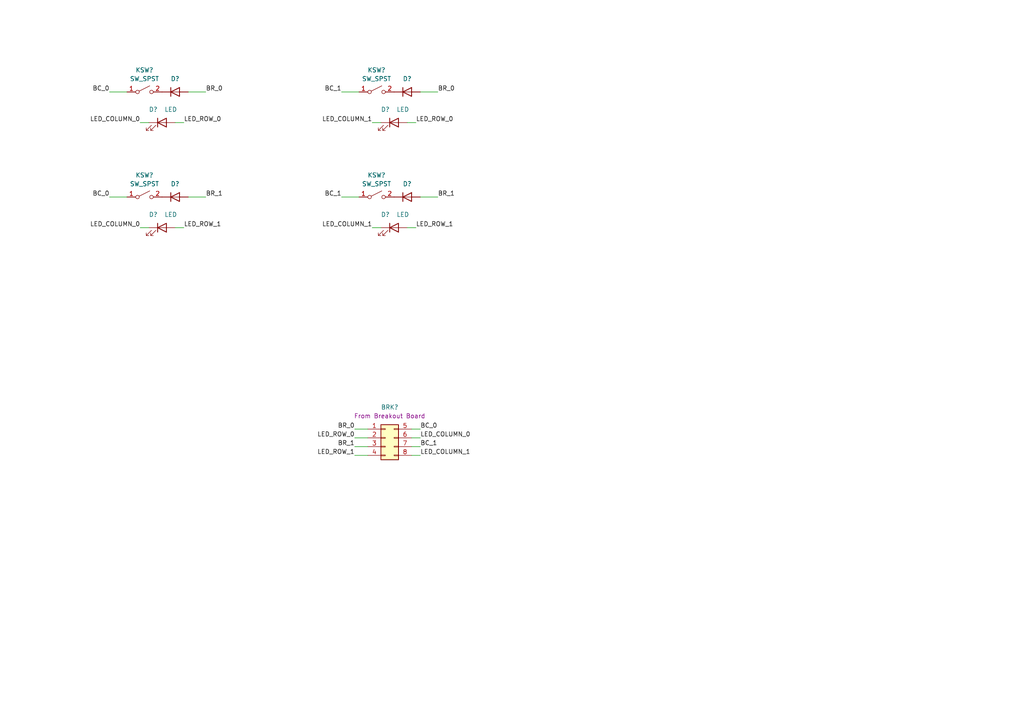
<source format=kicad_sch>
(kicad_sch (version 20211123) (generator eeschema)
  (paper "A4")
  (lib_symbols
    (symbol "Connector_Generic:Conn_02x04_Top_Bottom" (pin_names (offset 1.016) hide)
      (property "Reference" "J" (at 1.27 5.08 0))
      (property "Value" "Conn_02x04_Top_Bottom" (at 1.27 -7.62 0))
      (symbol "Conn_02x04_Top_Bottom_1_1"
        (rectangle (start -1.27 -4.953) (end 0 -5.207) (stroke (width 0.1524)))
        (rectangle (start -1.27 -2.413) (end 0 -2.667) (stroke (width 0.1524)))
        (rectangle (start -1.27 0.127) (end 0 -0.127) (stroke (width 0.1524)))
        (rectangle (start -1.27 2.667) (end 0 2.413) (stroke (width 0.1524)))
        (rectangle (start -1.27 3.81) (end 3.81 -6.35) (stroke (width 0.254)) (fill (type background)))
        (rectangle (start 3.81 -4.953) (end 2.54 -5.207) (stroke (width 0.1524)))
        (rectangle (start 3.81 -2.413) (end 2.54 -2.667) (stroke (width 0.1524)))
        (rectangle (start 3.81 0.127) (end 2.54 -0.127) (stroke (width 0.1524)))
        (rectangle (start 3.81 2.667) (end 2.54 2.413) (stroke (width 0.1524)))
        (pin passive line (at -5.08 2.54 0) (length 3.81) (name "Pin_1") (number "1"))
        (pin passive line (at -5.08 0 0) (length 3.81) (name "Pin_2") (number "2"))
        (pin passive line (at -5.08 -2.54 0) (length 3.81) (name "Pin_3") (number "3"))
        (pin passive line (at -5.08 -5.08 0) (length 3.81) (name "Pin_4") (number "4"))
        (pin passive line (at 7.62 2.54 180) (length 3.81) (name "Pin_5") (number "5"))
        (pin passive line (at 7.62 0 180) (length 3.81) (name "Pin_6") (number "6"))
        (pin passive line (at 7.62 -2.54 180) (length 3.81) (name "Pin_7") (number "7"))
        (pin passive line (at 7.62 -5.08 180) (length 3.81) (name "Pin_8") (number "8"))
      )
    )
    (symbol "Device:LED" (pin_numbers hide) (pin_names (offset 1.016) hide)
      (property "Reference" "D" (at 0 2.54 0))
      (property "Value" "LED" (at 0 -2.54 0))
      (symbol "LED_0_1"
        (polyline (pts (xy -1.27 -1.27) (xy -1.27 1.27)) (stroke (width 0.254)))
        (polyline (pts (xy -1.27 0) (xy 1.27 0)))
        (polyline (pts (xy 1.27 -1.27) (xy 1.27 1.27) (xy -1.27 0) (xy 1.27 -1.27)) (stroke (width 0.254)))
        (polyline (pts (xy -3.048 -0.762) (xy -4.572 -2.286) (xy -3.81 -2.286) (xy -4.572 -2.286) (xy -4.572 -1.524)))
        (polyline (pts (xy -1.778 -0.762) (xy -3.302 -2.286) (xy -2.54 -2.286) (xy -3.302 -2.286) (xy -3.302 -1.524)))
      )
      (symbol "LED_1_1"
        (pin passive line (at -3.81 0 0) (length 2.54) (name "K") (number "1"))
        (pin passive line (at 3.81 0 180) (length 2.54) (name "A") (number "2"))
      )
    )
    (symbol "Diode:1N4148WT" (pin_numbers hide) (pin_names (offset 1.016) hide)
      (property "Reference" "D" (at 0 2.54 0))
      (property "Value" "1N4148WT" (at 0 -2.54 0))
      (symbol "1N4148WT_0_1"
        (polyline (pts (xy -1.27 1.27) (xy -1.27 -1.27)) (stroke (width 0.254)))
        (polyline (pts (xy 1.27 0) (xy -1.27 0)))
        (polyline (pts (xy 1.27 1.27) (xy 1.27 -1.27) (xy -1.27 0) (xy 1.27 1.27)) (stroke (width 0.254)))
      )
      (symbol "1N4148WT_1_1"
        (pin passive line (at -3.81 0 0) (length 2.54) (name "K") (number "1"))
        (pin passive line (at 3.81 0 180) (length 2.54) (name "A") (number "2"))
      )
    )
    (symbol "Switch:SW_SPST" (pin_names (offset 0) hide)
      (property "Reference" "SW" (at 0 3.175 0))
      (property "Value" "SW_SPST" (at 0 -2.54 0))
      (symbol "SW_SPST_0_0"
        (circle (center -2.032 0) (radius 0.508))
        (polyline (pts (xy -1.524 0.254) (xy 1.524 1.778)))
        (circle (center 2.032 0) (radius 0.508))
      )
      (symbol "SW_SPST_1_1"
        (pin passive line (at -5.08 0 0) (length 2.54) (name "A") (number "1"))
        (pin passive line (at 5.08 0 180) (length 2.54) (name "B") (number "2"))
      )
    )
  )
  (wire (pts (xy 119.38 124.46) (xy 121.92 124.46)))
  (wire (pts (xy 121.92 26.67) (xy 127 26.67)))
  (wire (pts (xy 54.61 57.15) (xy 59.69 57.15)))
  (wire (pts (xy 102.87 127) (xy 106.68 127)))
  (wire (pts (xy 121.92 57.15) (xy 127 57.15)))
  (wire (pts (xy 50.8 35.56) (xy 53.34 35.56)))
  (wire (pts (xy 99.06 57.15) (xy 104.14 57.15)))
  (wire (pts (xy 119.38 127) (xy 121.92 127)))
  (wire (pts (xy 54.61 26.67) (xy 59.69 26.67)))
  (wire (pts (xy 107.95 66.04) (xy 110.49 66.04)))
  (wire (pts (xy 119.38 132.08) (xy 121.92 132.08)))
  (wire (pts (xy 102.87 124.46) (xy 106.68 124.46)))
  (wire (pts (xy 118.11 35.56) (xy 120.65 35.56)))
  (wire (pts (xy 40.64 35.56) (xy 43.18 35.56)))
  (wire (pts (xy 119.38 129.54) (xy 121.92 129.54)))
  (wire (pts (xy 107.95 35.56) (xy 110.49 35.56)))
  (wire (pts (xy 50.8 66.04) (xy 53.34 66.04)))
  (wire (pts (xy 99.06 26.67) (xy 104.14 26.67)))
  (wire (pts (xy 102.87 132.08) (xy 106.68 132.08)))
  (wire (pts (xy 102.87 129.54) (xy 106.68 129.54)))
  (wire (pts (xy 118.11 66.04) (xy 120.65 66.04)))
  (wire (pts (xy 40.64 66.04) (xy 43.18 66.04)))
  (wire (pts (xy 31.75 26.67) (xy 36.83 26.67)))
  (wire (pts (xy 31.75 57.15) (xy 36.83 57.15)))
  (label "LED_ROW_0" (at 120.65 35.56 0))
  (label "BC_0" (at 31.75 26.67 180))
  (label "BR_1" (at 102.87 129.54 180))
  (label "BR_1" (at 127 57.15 0))
  (label "LED_COLUMN_1" (at 107.95 35.56 180))
  (label "LED_COLUMN_0" (at 40.64 35.56 180))
  (label "BR_0" (at 102.87 124.46 180))
  (label "BR_1" (at 59.69 57.15 0))
  (label "BR_0" (at 59.69 26.67 0))
  (label "LED_ROW_1" (at 120.65 66.04 0))
  (label "LED_ROW_1" (at 53.34 66.04 0))
  (label "LED_ROW_0" (at 102.87 127 180))
  (label "LED_COLUMN_1" (at 107.95 66.04 180))
  (label "BC_1" (at 121.92 129.54 0))
  (label "BC_1" (at 99.06 26.67 180))
  (label "BR_0" (at 127 26.67 0))
  (label "BC_0" (at 121.92 124.46 0))
  (label "BC_0" (at 31.75 57.15 180))
  (label "BC_1" (at 99.06 57.15 180))
  (label "LED_ROW_1" (at 102.87 132.08 180))
  (label "LED_COLUMN_0" (at 40.64 66.04 180))
  (label "LED_COLUMN_1" (at 121.92 132.08 0))
  (label "LED_COLUMN_0" (at 121.92 127 0))
  (label "LED_ROW_0" (at 53.34 35.56 0))
  (symbol (lib_id "Switch:SW_SPST") (at 41.91 57.15 0) (unit 1)
    (property "Reference" "KSW?" (at 41.91 50.8 0))
    (property "Value" "SW_SPST" (at 41.91 53.34 0))
  )
  (symbol (lib_id "Connector_Generic:Conn_02x04_Top_Bottom") (at 111.76 127 0) (unit 1)
    (property "Reference" "BRK?" (at 113.03 118.11 0))
    (property "Value" "Conn_02x04_Top_Bottom" (effects hide))
    (property "Description" "From Breakout Board" (at 113.03 120.65 0))
  )
  (symbol (lib_id "Diode:1N4148WT") (at 50.8 26.67 0) (unit 1)
    (property "Reference" "D?" (at 50.8 22.86 0))
    (property "Datasheet" "https://www.diodes.com/assets/Datasheets/ds30396.pdf" (effects hide))
    (property "LCSC" "C232841" (effects hide))
  )
  (symbol (lib_id "Device:LED") (at 114.3 35.56 0) (unit 1)
    (property "Reference" "D?" (at 111.76 31.75 0))
    (property "Value" "LED" (at 116.84 31.75 0))
  )
  (symbol (lib_id "Switch:SW_SPST") (at 109.22 57.15 0) (unit 1)
    (property "Reference" "KSW?" (at 109.22 50.8 0))
    (property "Value" "SW_SPST" (at 109.22 53.34 0))
  )
  (symbol (lib_id "Device:LED") (at 46.99 35.56 0) (unit 1)
    (property "Reference" "D?" (at 44.45 31.75 0))
    (property "Value" "LED" (at 49.53 31.75 0))
  )
  (symbol (lib_id "Switch:SW_SPST") (at 41.91 26.67 0) (unit 1)
    (property "Reference" "KSW?" (at 41.91 20.32 0))
    (property "Value" "SW_SPST" (at 41.91 22.86 0))
  )
  (symbol (lib_id "Diode:1N4148WT") (at 118.11 57.15 0) (unit 1)
    (property "Reference" "D?" (at 118.11 53.34 0))
    (property "Datasheet" "https://www.diodes.com/assets/Datasheets/ds30396.pdf" (effects hide))
    (property "LCSC" "C232841" (effects hide))
  )
  (symbol (lib_id "Switch:SW_SPST") (at 109.22 26.67 0) (unit 1)
    (property "Reference" "KSW?" (at 109.22 20.32 0))
    (property "Value" "SW_SPST" (at 109.22 22.86 0))
  )
  (symbol (lib_id "Diode:1N4148WT") (at 50.8 57.15 0) (unit 1)
    (property "Reference" "D?" (at 50.8 53.34 0))
    (property "Datasheet" "https://www.diodes.com/assets/Datasheets/ds30396.pdf" (effects hide))
    (property "LCSC" "C232841" (effects hide))
  )
  (symbol (lib_id "Device:LED") (at 114.3 66.04 0) (unit 1)
    (property "Reference" "D?" (at 111.76 62.23 0))
    (property "Value" "LED" (at 116.84 62.23 0))
  )
  (symbol (lib_id "Diode:1N4148WT") (at 118.11 26.67 0) (unit 1)
    (property "Reference" "D?" (at 118.11 22.86 0))
    (property "Datasheet" "https://www.diodes.com/assets/Datasheets/ds30396.pdf" (effects hide))
    (property "LCSC" "C232841" (effects hide))
  )
  (symbol (lib_id "Device:LED") (at 46.99 66.04 0) (unit 1)
    (property "Reference" "D?" (at 44.45 62.23 0))
    (property "Value" "LED" (at 49.53 62.23 0))
  )
)
</source>
